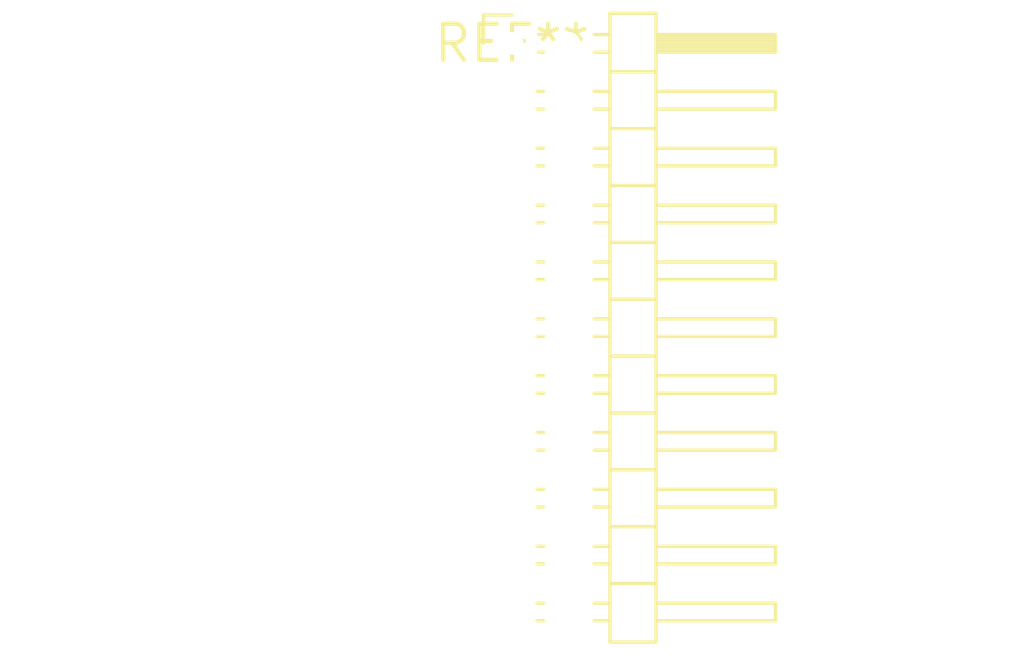
<source format=kicad_pcb>
(kicad_pcb (version 20240108) (generator pcbnew)
  (layers (0 "F.Cu" signal) (31 "B.Cu" signal) (34 "B.Paste" user) (35 "F.Paste" user) (36 "B.SilkS" user "B.Silkscreen") (37 "F.SilkS" user "F.Silkscreen") (38 "B.Mask" user) (39 "F.Mask" user) (44 "Edge.Cuts" user))
  (net 0 "")
  (footprint "PinHeader_2x11_P2.00mm_Horizontal" (layer "F.Cu") (at 0 0)
    (property "Reference" "REF**")
    (property "Value" "PinHeader_2x11_P2.00mm_Horizontal")
    (fp_line (start -1 -1) (end 0 -1) (layer "F.SilkS") (stroke (width 0.12)))
    (fp_line (start -1 0) (end -1 -1) (layer "F.SilkS") (stroke (width 0.12)))
    (fp_line (start 0.882114 1.69) (end 1.117886 1.69) (layer "F.SilkS") (stroke (width 0.12)))
    (fp_line (start 0.882114 2.31) (end 1.117886 2.31) (layer "F.SilkS") (stroke (width 0.12)))
    (fp_line (start 0.882114 3.69) (end 1.117886 3.69) (layer "F.SilkS") (stroke (width 0.12)))
    (fp_line (start 0.882114 4.31) (end 1.117886 4.31) (layer "F.SilkS") (stroke (width 0.12)))
    (fp_line (start 0.882114 5.69) (end 1.117886 5.69) (layer "F.SilkS") (stroke (width 0.12)))
    (fp_line (start 0.882114 6.31) (end 1.117886 6.31) (layer "F.SilkS") (stroke (width 0.12)))
    (fp_line (start 0.882114 7.69) (end 1.117886 7.69) (layer "F.SilkS") (stroke (width 0.12)))
    (fp_line (start 0.882114 8.31) (end 1.117886 8.31) (layer "F.SilkS") (stroke (width 0.12)))
    (fp_line (start 0.882114 9.69) (end 1.117886 9.69) (layer "F.SilkS") (stroke (width 0.12)))
    (fp_line (start 0.882114 10.31) (end 1.117886 10.31) (layer "F.SilkS") (stroke (width 0.12)))
    (fp_line (start 0.882114 11.69) (end 1.117886 11.69) (layer "F.SilkS") (stroke (width 0.12)))
    (fp_line (start 0.882114 12.31) (end 1.117886 12.31) (layer "F.SilkS") (stroke (width 0.12)))
    (fp_line (start 0.882114 13.69) (end 1.117886 13.69) (layer "F.SilkS") (stroke (width 0.12)))
    (fp_line (start 0.882114 14.31) (end 1.117886 14.31) (layer "F.SilkS") (stroke (width 0.12)))
    (fp_line (start 0.882114 15.69) (end 1.117886 15.69) (layer "F.SilkS") (stroke (width 0.12)))
    (fp_line (start 0.882114 16.31) (end 1.117886 16.31) (layer "F.SilkS") (stroke (width 0.12)))
    (fp_line (start 0.882114 17.69) (end 1.117886 17.69) (layer "F.SilkS") (stroke (width 0.12)))
    (fp_line (start 0.882114 18.31) (end 1.117886 18.31) (layer "F.SilkS") (stroke (width 0.12)))
    (fp_line (start 0.882114 19.69) (end 1.117886 19.69) (layer "F.SilkS") (stroke (width 0.12)))
    (fp_line (start 0.882114 20.31) (end 1.117886 20.31) (layer "F.SilkS") (stroke (width 0.12)))
    (fp_line (start 0.935 -0.31) (end 1.117886 -0.31) (layer "F.SilkS") (stroke (width 0.12)))
    (fp_line (start 0.935 0.31) (end 1.117886 0.31) (layer "F.SilkS") (stroke (width 0.12)))
    (fp_line (start 2.882114 -0.31) (end 3.44 -0.31) (layer "F.SilkS") (stroke (width 0.12)))
    (fp_line (start 2.882114 0.31) (end 3.44 0.31) (layer "F.SilkS") (stroke (width 0.12)))
    (fp_line (start 2.882114 1.69) (end 3.44 1.69) (layer "F.SilkS") (stroke (width 0.12)))
    (fp_line (start 2.882114 2.31) (end 3.44 2.31) (layer "F.SilkS") (stroke (width 0.12)))
    (fp_line (start 2.882114 3.69) (end 3.44 3.69) (layer "F.SilkS") (stroke (width 0.12)))
    (fp_line (start 2.882114 4.31) (end 3.44 4.31) (layer "F.SilkS") (stroke (width 0.12)))
    (fp_line (start 2.882114 5.69) (end 3.44 5.69) (layer "F.SilkS") (stroke (width 0.12)))
    (fp_line (start 2.882114 6.31) (end 3.44 6.31) (layer "F.SilkS") (stroke (width 0.12)))
    (fp_line (start 2.882114 7.69) (end 3.44 7.69) (layer "F.SilkS") (stroke (width 0.12)))
    (fp_line (start 2.882114 8.31) (end 3.44 8.31) (layer "F.SilkS") (stroke (width 0.12)))
    (fp_line (start 2.882114 9.69) (end 3.44 9.69) (layer "F.SilkS") (stroke (width 0.12)))
    (fp_line (start 2.882114 10.31) (end 3.44 10.31) (layer "F.SilkS") (stroke (width 0.12)))
    (fp_line (start 2.882114 11.69) (end 3.44 11.69) (layer "F.SilkS") (stroke (width 0.12)))
    (fp_line (start 2.882114 12.31) (end 3.44 12.31) (layer "F.SilkS") (stroke (width 0.12)))
    (fp_line (start 2.882114 13.69) (end 3.44 13.69) (layer "F.SilkS") (stroke (width 0.12)))
    (fp_line (start 2.882114 14.31) (end 3.44 14.31) (layer "F.SilkS") (stroke (width 0.12)))
    (fp_line (start 2.882114 15.69) (end 3.44 15.69) (layer "F.SilkS") (stroke (width 0.12)))
    (fp_line (start 2.882114 16.31) (end 3.44 16.31) (layer "F.SilkS") (stroke (width 0.12)))
    (fp_line (start 2.882114 17.69) (end 3.44 17.69) (layer "F.SilkS") (stroke (width 0.12)))
    (fp_line (start 2.882114 18.31) (end 3.44 18.31) (layer "F.SilkS") (stroke (width 0.12)))
    (fp_line (start 2.882114 19.69) (end 3.44 19.69) (layer "F.SilkS") (stroke (width 0.12)))
    (fp_line (start 2.882114 20.31) (end 3.44 20.31) (layer "F.SilkS") (stroke (width 0.12)))
    (fp_line (start 3.44 -1.06) (end 3.44 21.06) (layer "F.SilkS") (stroke (width 0.12)))
    (fp_line (start 3.44 1) (end 5.06 1) (layer "F.SilkS") (stroke (width 0.12)))
    (fp_line (start 3.44 3) (end 5.06 3) (layer "F.SilkS") (stroke (width 0.12)))
    (fp_line (start 3.44 5) (end 5.06 5) (layer "F.SilkS") (stroke (width 0.12)))
    (fp_line (start 3.44 7) (end 5.06 7) (layer "F.SilkS") (stroke (width 0.12)))
    (fp_line (start 3.44 9) (end 5.06 9) (layer "F.SilkS") (stroke (width 0.12)))
    (fp_line (start 3.44 11) (end 5.06 11) (layer "F.SilkS") (stroke (width 0.12)))
    (fp_line (start 3.44 13) (end 5.06 13) (layer "F.SilkS") (stroke (width 0.12)))
    (fp_line (start 3.44 15) (end 5.06 15) (layer "F.SilkS") (stroke (width 0.12)))
    (fp_line (start 3.44 17) (end 5.06 17) (layer "F.SilkS") (stroke (width 0.12)))
    (fp_line (start 3.44 19) (end 5.06 19) (layer "F.SilkS") (stroke (width 0.12)))
    (fp_line (start 3.44 21.06) (end 5.06 21.06) (layer "F.SilkS") (stroke (width 0.12)))
    (fp_line (start 5.06 -1.06) (end 3.44 -1.06) (layer "F.SilkS") (stroke (width 0.12)))
    (fp_line (start 5.06 -0.31) (end 9.26 -0.31) (layer "F.SilkS") (stroke (width 0.12)))
    (fp_line (start 5.06 -0.25) (end 9.26 -0.25) (layer "F.SilkS") (stroke (width 0.12)))
    (fp_line (start 5.06 -0.13) (end 9.26 -0.13) (layer "F.SilkS") (stroke (width 0.12)))
    (fp_line (start 5.06 -0.01) (end 9.26 -0.01) (layer "F.SilkS") (stroke (width 0.12)))
    (fp_line (start 5.06 0.11) (end 9.26 0.11) (layer "F.SilkS") (stroke (width 0.12)))
    (fp_line (start 5.06 0.23) (end 9.26 0.23) (layer "F.SilkS") (stroke (width 0.12)))
    (fp_line (start 5.06 1.69) (end 9.26 1.69) (layer "F.SilkS") (stroke (width 0.12)))
    (fp_line (start 5.06 3.69) (end 9.26 3.69) (layer "F.SilkS") (stroke (width 0.12)))
    (fp_line (start 5.06 5.69) (end 9.26 5.69) (layer "F.SilkS") (stroke (width 0.12)))
    (fp_line (start 5.06 7.69) (end 9.26 7.69) (layer "F.SilkS") (stroke (width 0.12)))
    (fp_line (start 5.06 9.69) (end 9.26 9.69) (layer "F.SilkS") (stroke (width 0.12)))
    (fp_line (start 5.06 11.69) (end 9.26 11.69) (layer "F.SilkS") (stroke (width 0.12)))
    (fp_line (start 5.06 13.69) (end 9.26 13.69) (layer "F.SilkS") (stroke (width 0.12)))
    (fp_line (start 5.06 15.69) (end 9.26 15.69) (layer "F.SilkS") (stroke (width 0.12)))
    (fp_line (start 5.06 17.69) (end 9.26 17.69) (layer "F.SilkS") (stroke (width 0.12)))
    (fp_line (start 5.06 19.69) (end 9.26 19.69) (layer "F.SilkS") (stroke (width 0.12)))
    (fp_line (start 5.06 21.06) (end 5.06 -1.06) (layer "F.SilkS") (stroke (width 0.12)))
    (fp_line (start 9.26 -0.31) (end 9.26 0.31) (layer "F.SilkS") (stroke (width 0.12)))
    (fp_line (start 9.26 0.31) (end 5.06 0.31) (layer "F.SilkS") (stroke (width 0.12)))
    (fp_line (start 9.26 1.69) (end 9.26 2.31) (layer "F.SilkS") (stroke (width 0.12)))
    (fp_line (start 9.26 2.31) (end 5.06 2.31) (layer "F.SilkS") (stroke (width 0.12)))
    (fp_line (start 9.26 3.69) (end 9.26 4.31) (layer "F.SilkS") (stroke (width 0.12)))
    (fp_line (start 9.26 4.31) (end 5.06 4.31) (layer "F.SilkS") (stroke (width 0.12)))
    (fp_line (start 9.26 5.69) (end 9.26 6.31) (layer "F.SilkS") (stroke (width 0.12)))
    (fp_line (start 9.26 6.31) (end 5.06 6.31) (layer "F.SilkS") (stroke (width 0.12)))
    (fp_line (start 9.26 7.69) (end 9.26 8.31) (layer "F.SilkS") (stroke (width 0.12)))
    (fp_line (start 9.26 8.31) (end 5.06 8.31) (layer "F.SilkS") (stroke (width 0.12)))
    (fp_line (start 9.26 9.69) (end 9.26 10.31) (layer "F.SilkS") (stroke (width 0.12)))
    (fp_line (start 9.26 10.31) (end 5.06 10.31) (layer "F.SilkS") (stroke (width 0.12)))
    (fp_line (start 9.26 11.69) (end 9.26 12.31) (layer "F.SilkS") (stroke (width 0.12)))
    (fp_line (start 9.26 12.31) (end 5.06 12.31) (layer "F.SilkS") (stroke (width 0.12)))
    (fp_line (start 9.26 13.69) (end 9.26 14.31) (layer "F.SilkS") (stroke (width 0.12)))
    (fp_line (start 9.26 14.31) (end 5.06 14.31) (layer "F.SilkS") (stroke (width 0.12)))
    (fp_line (start 9.26 15.69) (end 9.26 16.31) (layer "F.SilkS") (stroke (width 0.12)))
    (fp_line (start 9.26 16.31) (end 5.06 16.31) (layer "F.SilkS") (stroke (width 0.12)))
    (fp_line (start 9.26 17.69) (end 9.26 18.31) (layer "F.SilkS") (stroke (width 0.12)))
    (fp_line (start 9.26 18.31) (end 5.06 18.31) (layer "F.SilkS") (stroke (width 0.12)))
    (fp_line (start 9.26 19.69) (end 9.26 20.31) (layer "F.SilkS") (stroke (width 0.12)))
    (fp_line (start 9.26 20.31) (end 5.06 20.31) (layer "F.SilkS") (stroke (width 0.12)))
    (pad "1" thru_hole rect (at 0 0) (size 1.35 1.35) (drill 0.8) (layers *.Cu *.Mask) (remove_unused_layers))
    (pad "2" thru_hole oval (at 2 0) (size 1.35 1.35) (drill 0.8) (layers *.Cu *.Mask) (remove_unused_layers))
    (pad "3" thru_hole oval (at 0 2) (size 1.35 1.35) (drill 0.8) (layers *.Cu *.Mask) (remove_unused_layers))
    (pad "4" thru_hole oval (at 2 2) (size 1.35 1.35) (drill 0.8) (layers *.Cu *.Mask) (remove_unused_layers))
    (pad "5" thru_hole oval (at 0 4) (size 1.35 1.35) (drill 0.8) (layers *.Cu *.Mask) (remove_unused_layers))
    (pad "6" thru_hole oval (at 2 4) (size 1.35 1.35) (drill 0.8) (layers *.Cu *.Mask) (remove_unused_layers))
    (pad "7" thru_hole oval (at 0 6) (size 1.35 1.35) (drill 0.8) (layers *.Cu *.Mask) (remove_unused_layers))
    (pad "8" thru_hole oval (at 2 6) (size 1.35 1.35) (drill 0.8) (layers *.Cu *.Mask) (remove_unused_layers))
    (pad "9" thru_hole oval (at 0 8) (size 1.35 1.35) (drill 0.8) (layers *.Cu *.Mask) (remove_unused_layers))
    (pad "10" thru_hole oval (at 2 8) (size 1.35 1.35) (drill 0.8) (layers *.Cu *.Mask) (remove_unused_layers))
    (pad "11" thru_hole oval (at 0 10) (size 1.35 1.35) (drill 0.8) (layers *.Cu *.Mask) (remove_unused_layers))
    (pad "12" thru_hole oval (at 2 10) (size 1.35 1.35) (drill 0.8) (layers *.Cu *.Mask) (remove_unused_layers))
    (pad "13" thru_hole oval (at 0 12) (size 1.35 1.35) (drill 0.8) (layers *.Cu *.Mask) (remove_unused_layers))
    (pad "14" thru_hole oval (at 2 12) (size 1.35 1.35) (drill 0.8) (layers *.Cu *.Mask) (remove_unused_layers))
    (pad "15" thru_hole oval (at 0 14) (size 1.35 1.35) (drill 0.8) (layers *.Cu *.Mask) (remove_unused_layers))
    (pad "16" thru_hole oval (at 2 14) (size 1.35 1.35) (drill 0.8) (layers *.Cu *.Mask) (remove_unused_layers))
    (pad "17" thru_hole oval (at 0 16) (size 1.35 1.35) (drill 0.8) (layers *.Cu *.Mask) (remove_unused_layers))
    (pad "18" thru_hole oval (at 2 16) (size 1.35 1.35) (drill 0.8) (layers *.Cu *.Mask) (remove_unused_layers))
    (pad "19" thru_hole oval (at 0 18) (size 1.35 1.35) (drill 0.8) (layers *.Cu *.Mask) (remove_unused_layers))
    (pad "20" thru_hole oval (at 2 18) (size 1.35 1.35) (drill 0.8) (layers *.Cu *.Mask) (remove_unused_layers))
    (pad "21" thru_hole oval (at 0 20) (size 1.35 1.35) (drill 0.8) (layers *.Cu *.Mask) (remove_unused_layers))
    (pad "22" thru_hole oval (at 2 20) (size 1.35 1.35) (drill 0.8) (layers *.Cu *.Mask) (remove_unused_layers))
  )
)
</source>
